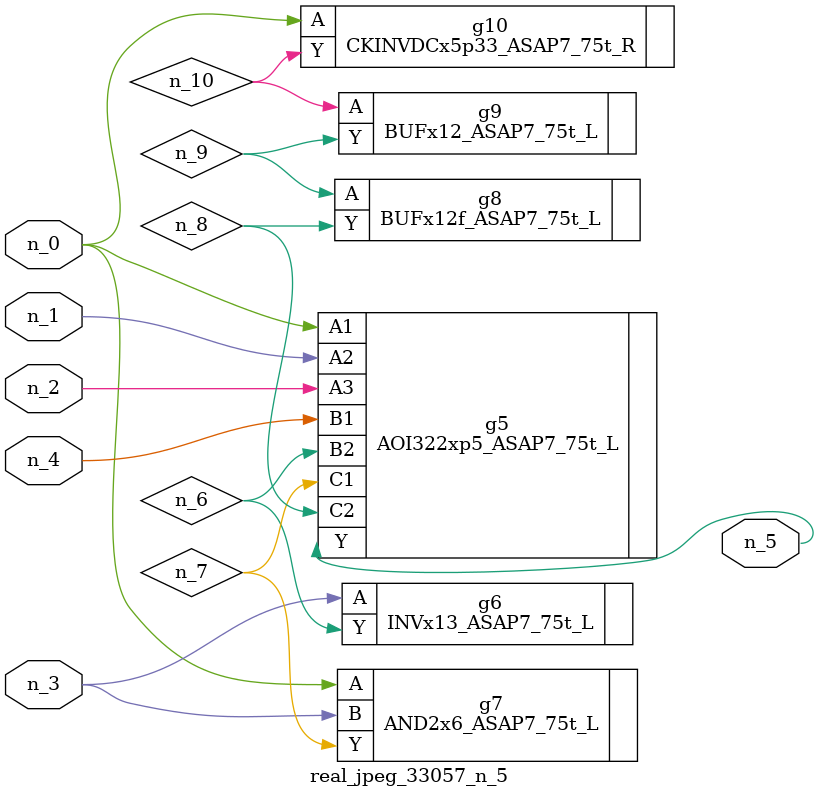
<source format=v>
module real_jpeg_33057_n_5 (n_4, n_0, n_1, n_2, n_3, n_5);

input n_4;
input n_0;
input n_1;
input n_2;
input n_3;

output n_5;

wire n_8;
wire n_6;
wire n_7;
wire n_10;
wire n_9;

AOI322xp5_ASAP7_75t_L g5 ( 
.A1(n_0),
.A2(n_1),
.A3(n_2),
.B1(n_4),
.B2(n_6),
.C1(n_7),
.C2(n_8),
.Y(n_5)
);

AND2x6_ASAP7_75t_L g7 ( 
.A(n_0),
.B(n_3),
.Y(n_7)
);

CKINVDCx5p33_ASAP7_75t_R g10 ( 
.A(n_0),
.Y(n_10)
);

INVx13_ASAP7_75t_L g6 ( 
.A(n_3),
.Y(n_6)
);

BUFx12f_ASAP7_75t_L g8 ( 
.A(n_9),
.Y(n_8)
);

BUFx12_ASAP7_75t_L g9 ( 
.A(n_10),
.Y(n_9)
);


endmodule
</source>
